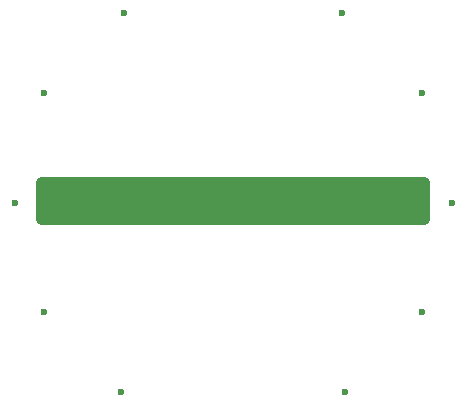
<source format=gts>
%TF.GenerationSoftware,KiCad,Pcbnew,8.0.7*%
%TF.CreationDate,2024-12-05T10:47:50-06:00*%
%TF.ProjectId,obverse,6f627665-7273-4652-9e6b-696361645f70,rev?*%
%TF.SameCoordinates,Original*%
%TF.FileFunction,Soldermask,Top*%
%TF.FilePolarity,Negative*%
%FSLAX46Y46*%
G04 Gerber Fmt 4.6, Leading zero omitted, Abs format (unit mm)*
G04 Created by KiCad (PCBNEW 8.0.7) date 2024-12-05 10:47:50*
%MOMM*%
%LPD*%
G01*
G04 APERTURE LIST*
%ADD10C,1.000000*%
%ADD11C,0.600000*%
G04 APERTURE END LIST*
D10*
X133800000Y-48300000D02*
X166200000Y-48300000D01*
X166200000Y-51400000D01*
X133800000Y-51400000D01*
X133800000Y-48300000D01*
G36*
X133800000Y-48300000D02*
G01*
X166200000Y-48300000D01*
X166200000Y-51400000D01*
X133800000Y-51400000D01*
X133800000Y-48300000D01*
G37*
D11*
%TO.C,T51*%
X133978530Y-40750000D03*
%TD*%
%TO.C,T43*%
X166021469Y-40750000D03*
%TD*%
%TO.C,T50*%
X131500000Y-50000000D03*
%TD*%
%TO.C,T48*%
X140500000Y-66021469D03*
%TD*%
%TO.C,T44*%
X168500000Y-50000000D03*
%TD*%
%TO.C,T45*%
X166021469Y-59250000D03*
%TD*%
%TO.C,T46*%
X159500000Y-66021469D03*
%TD*%
%TO.C,T52*%
X140750000Y-33978530D03*
%TD*%
%TO.C,T49*%
X133978530Y-59250000D03*
%TD*%
%TO.C,T42*%
X159250000Y-33978530D03*
%TD*%
M02*

</source>
